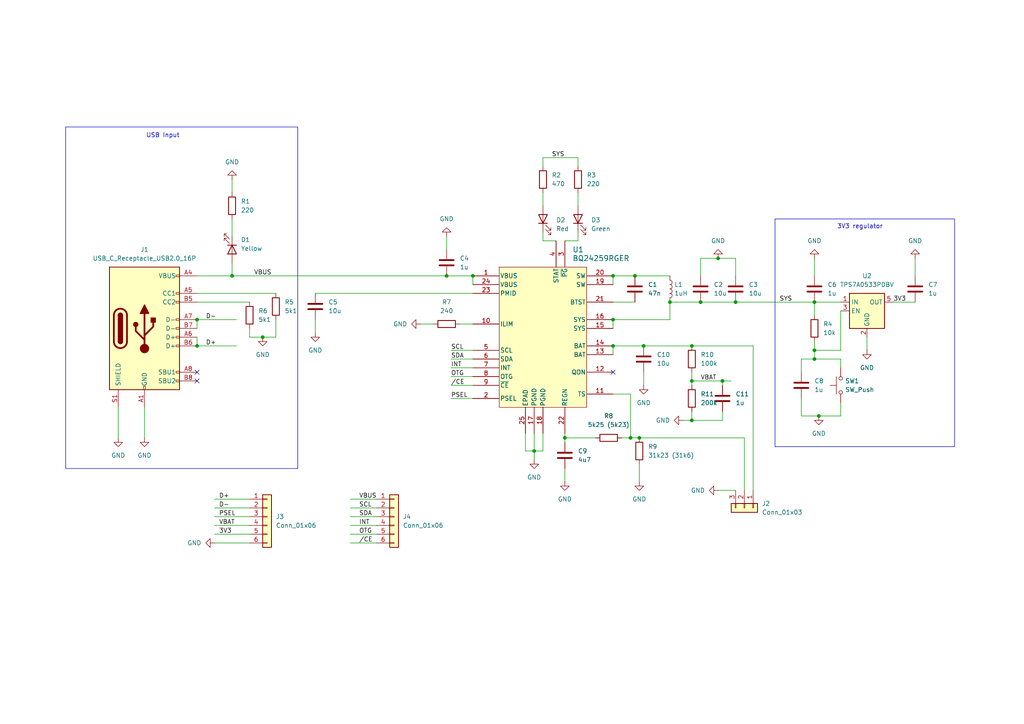
<source format=kicad_sch>
(kicad_sch (version 20231120) (generator "eeschema") (generator_version "8.0")
  (paper "A4")
  (lib_symbols
    (symbol "Connector:USB_C_Receptacle_USB2.0_16P" (pin_names (offset 1.016))
      (property "Reference" "J" (at 0 22.225 0))
      (property "Value" "USB_C_Receptacle_USB2.0_16P" (at 0 19.685 0))
      (symbol "USB_C_Receptacle_USB2.0_16P_0_0"
        (rectangle (start -0.254 -17.78) (end 0.254 -16.764))
        (rectangle (start 10.16 -14.986) (end 9.144 -15.494))
        (rectangle (start 10.16 -12.446) (end 9.144 -12.954))
        (rectangle (start 10.16 -4.826) (end 9.144 -5.334))
        (rectangle (start 10.16 -2.286) (end 9.144 -2.794))
        (rectangle (start 10.16 0.254) (end 9.144 -0.254))
        (rectangle (start 10.16 2.794) (end 9.144 2.286))
        (rectangle (start 10.16 7.874) (end 9.144 7.366))
        (rectangle (start 10.16 10.414) (end 9.144 9.906))
        (rectangle (start 10.16 15.494) (end 9.144 14.986))
      )
      (symbol "USB_C_Receptacle_USB2.0_16P_0_1"
        (rectangle (start -10.16 17.78) (end 10.16 -17.78) (stroke (width 0.254)) (fill (type background)))
        (arc (start -8.89 -3.81) (mid -6.985 -5.7067) (end -5.08 -3.81) (stroke (width 0.508)))
        (arc (start -7.62 -3.81) (mid -6.985 -4.4423) (end -6.35 -3.81) (stroke (width 0.254)))
        (arc (start -7.62 -3.81) (mid -6.985 -4.4423) (end -6.35 -3.81) (stroke (width 0.254)) (fill (type outline)))
        (rectangle (start -7.62 -3.81) (end -6.35 3.81) (stroke (width 0.254)) (fill (type outline)))
        (arc (start -6.35 3.81) (mid -6.985 4.4423) (end -7.62 3.81) (stroke (width 0.254)))
        (arc (start -6.35 3.81) (mid -6.985 4.4423) (end -7.62 3.81) (stroke (width 0.254)) (fill (type outline)))
        (arc (start -5.08 3.81) (mid -6.985 5.7067) (end -8.89 3.81) (stroke (width 0.508)))
        (circle (center -2.54 1.143) (radius 0.635) (stroke (width 0.254)) (fill (type outline)))
        (circle (center 0 -5.842) (radius 1.27) (fill (type outline)))
        (polyline (pts (xy -8.89 -3.81) (xy -8.89 3.81)) (stroke (width 0.508)))
        (polyline (pts (xy -5.08 3.81) (xy -5.08 -3.81)) (stroke (width 0.508)))
        (polyline (pts (xy 0 -5.842) (xy 0 4.318)) (stroke (width 0.508)))
        (polyline (pts (xy 0 -3.302) (xy -2.54 -0.762) (xy -2.54 0.508)) (stroke (width 0.508)))
        (polyline (pts (xy 0 -2.032) (xy 2.54 0.508) (xy 2.54 1.778)) (stroke (width 0.508)))
        (polyline (pts (xy -1.27 4.318) (xy 0 6.858) (xy 1.27 4.318) (xy -1.27 4.318)) (stroke (width 0.254)) (fill (type outline)))
        (rectangle (start 1.905 1.778) (end 3.175 3.048) (stroke (width 0.254)) (fill (type outline)))
      )
      (symbol "USB_C_Receptacle_USB2.0_16P_1_1"
        (pin passive line (at 0 -22.86 90) (length 5.08) (name "GND") (number "A1"))
        (pin passive line (at 0 -22.86 90) (length 5.08) hide (name "GND") (number "A12"))
        (pin passive line (at 15.24 15.24 180) (length 5.08) (name "VBUS") (number "A4"))
        (pin bidirectional line (at 15.24 10.16 180) (length 5.08) (name "CC1") (number "A5"))
        (pin bidirectional line (at 15.24 -2.54 180) (length 5.08) (name "D+") (number "A6"))
        (pin bidirectional line (at 15.24 2.54 180) (length 5.08) (name "D-") (number "A7"))
        (pin bidirectional line (at 15.24 -12.7 180) (length 5.08) (name "SBU1") (number "A8"))
        (pin passive line (at 15.24 15.24 180) (length 5.08) hide (name "VBUS") (number "A9"))
        (pin passive line (at 0 -22.86 90) (length 5.08) hide (name "GND") (number "B1"))
        (pin passive line (at 0 -22.86 90) (length 5.08) hide (name "GND") (number "B12"))
        (pin passive line (at 15.24 15.24 180) (length 5.08) hide (name "VBUS") (number "B4"))
        (pin bidirectional line (at 15.24 7.62 180) (length 5.08) (name "CC2") (number "B5"))
        (pin bidirectional line (at 15.24 -5.08 180) (length 5.08) (name "D+") (number "B6"))
        (pin bidirectional line (at 15.24 0 180) (length 5.08) (name "D-") (number "B7"))
        (pin bidirectional line (at 15.24 -15.24 180) (length 5.08) (name "SBU2") (number "B8"))
        (pin passive line (at 15.24 15.24 180) (length 5.08) hide (name "VBUS") (number "B9"))
        (pin passive line (at -7.62 -22.86 90) (length 5.08) (name "SHIELD") (number "S1"))
      )
    )
    (symbol "Connector_Generic:Conn_01x03" (pin_names (offset 1.016) hide)
      (property "Reference" "J" (at 0 5.08 0))
      (property "Value" "Conn_01x03" (at 0 -5.08 0))
      (symbol "Conn_01x03_1_1"
        (rectangle (start -1.27 -2.413) (end 0 -2.667) (stroke (width 0.1524)))
        (rectangle (start -1.27 0.127) (end 0 -0.127) (stroke (width 0.1524)))
        (rectangle (start -1.27 2.667) (end 0 2.413) (stroke (width 0.1524)))
        (rectangle (start -1.27 3.81) (end 1.27 -3.81) (stroke (width 0.254)) (fill (type background)))
        (pin passive line (at -5.08 2.54 0) (length 3.81) (name "Pin_1") (number "1"))
        (pin passive line (at -5.08 0 0) (length 3.81) (name "Pin_2") (number "2"))
        (pin passive line (at -5.08 -2.54 0) (length 3.81) (name "Pin_3") (number "3"))
      )
    )
    (symbol "Connector_Generic:Conn_01x06" (pin_names (offset 1.016) hide)
      (property "Reference" "J" (at 0 7.62 0))
      (property "Value" "Conn_01x06" (at 0 -10.16 0))
      (symbol "Conn_01x06_1_1"
        (rectangle (start -1.27 -7.493) (end 0 -7.747) (stroke (width 0.1524)))
        (rectangle (start -1.27 -4.953) (end 0 -5.207) (stroke (width 0.1524)))
        (rectangle (start -1.27 -2.413) (end 0 -2.667) (stroke (width 0.1524)))
        (rectangle (start -1.27 0.127) (end 0 -0.127) (stroke (width 0.1524)))
        (rectangle (start -1.27 2.667) (end 0 2.413) (stroke (width 0.1524)))
        (rectangle (start -1.27 5.207) (end 0 4.953) (stroke (width 0.1524)))
        (rectangle (start -1.27 6.35) (end 1.27 -8.89) (stroke (width 0.254)) (fill (type background)))
        (pin passive line (at -5.08 5.08 0) (length 3.81) (name "Pin_1") (number "1"))
        (pin passive line (at -5.08 2.54 0) (length 3.81) (name "Pin_2") (number "2"))
        (pin passive line (at -5.08 0 0) (length 3.81) (name "Pin_3") (number "3"))
        (pin passive line (at -5.08 -2.54 0) (length 3.81) (name "Pin_4") (number "4"))
        (pin passive line (at -5.08 -5.08 0) (length 3.81) (name "Pin_5") (number "5"))
        (pin passive line (at -5.08 -7.62 0) (length 3.81) (name "Pin_6") (number "6"))
      )
    )
    (symbol "Device:C" (pin_numbers hide) (pin_names (offset 0.254))
      (property "Reference" "C" (at 0.635 2.54 0))
      (property "Value" "C" (at 0.635 -2.54 0))
      (symbol "C_0_1"
        (polyline (pts (xy -2.032 -0.762) (xy 2.032 -0.762)) (stroke (width 0.508)))
        (polyline (pts (xy -2.032 0.762) (xy 2.032 0.762)) (stroke (width 0.508)))
      )
      (symbol "C_1_1"
        (pin passive line (at 0 3.81 270) (length 2.794) (name "~") (number "1"))
        (pin passive line (at 0 -3.81 90) (length 2.794) (name "~") (number "2"))
      )
    )
    (symbol "Device:L" (pin_numbers hide) (pin_names (offset 1.016) hide)
      (property "Reference" "L" (at -1.27 0 90))
      (property "Value" "L" (at 1.905 0 90))
      (symbol "L_0_1"
        (arc (start 0 -2.54) (mid 0.6323 -1.905) (end 0 -1.27))
        (arc (start 0 -1.27) (mid 0.6323 -0.635) (end 0 0))
        (arc (start 0 0) (mid 0.6323 0.635) (end 0 1.27))
        (arc (start 0 1.27) (mid 0.6323 1.905) (end 0 2.54))
      )
      (symbol "L_1_1"
        (pin passive line (at 0 3.81 270) (length 1.27) (name "1") (number "1"))
        (pin passive line (at 0 -3.81 90) (length 1.27) (name "2") (number "2"))
      )
    )
    (symbol "Device:LED" (pin_numbers hide) (pin_names (offset 1.016) hide)
      (property "Reference" "D" (at 0 2.54 0))
      (property "Value" "LED" (at 0 -2.54 0))
      (symbol "LED_0_1"
        (polyline (pts (xy -1.27 -1.27) (xy -1.27 1.27)) (stroke (width 0.254)))
        (polyline (pts (xy -1.27 0) (xy 1.27 0)))
        (polyline (pts (xy 1.27 -1.27) (xy 1.27 1.27) (xy -1.27 0) (xy 1.27 -1.27)) (stroke (width 0.254)))
        (polyline (pts (xy -3.048 -0.762) (xy -4.572 -2.286) (xy -3.81 -2.286) (xy -4.572 -2.286) (xy -4.572 -1.524)))
        (polyline (pts (xy -1.778 -0.762) (xy -3.302 -2.286) (xy -2.54 -2.286) (xy -3.302 -2.286) (xy -3.302 -1.524)))
      )
      (symbol "LED_1_1"
        (pin passive line (at -3.81 0 0) (length 2.54) (name "K") (number "1"))
        (pin passive line (at 3.81 0 180) (length 2.54) (name "A") (number "2"))
      )
    )
    (symbol "Device:R" (pin_numbers hide) (pin_names (offset 0))
      (property "Reference" "R" (at 2.032 0 90))
      (property "Value" "R" (at 0 0 90))
      (symbol "R_0_1"
        (rectangle (start -1.016 -2.54) (end 1.016 2.54) (stroke (width 0.254)))
      )
      (symbol "R_1_1"
        (pin passive line (at 0 3.81 270) (length 1.27) (name "~") (number "1"))
        (pin passive line (at 0 -3.81 90) (length 1.27) (name "~") (number "2"))
      )
    )
    (symbol "Project_Symbols:BQ24259RGER" (pin_names (offset 0.254))
      (property "Reference" "U" (at 20.32 -10.16 0))
      (property "Value" "BQ24259RGER" (at 20.32 -12.7 0))
      (symbol "BQ24259RGER_0_1"
        (pin power_in line (at 0 2.54 0) (length 7.62) (name "VBUS") (number "1"))
        (pin input line (at 0 -11.43 0) (length 7.62) (name "ILIM") (number "10"))
        (pin input line (at 40.64 -31.75 180) (length 7.62) (name "TS") (number "11"))
        (pin input line (at 40.64 -25.4 180) (length 7.62) (name "QON") (number "12"))
        (pin input line (at 40.64 -12.7 180) (length 7.62) (name "SYS") (number "15"))
        (pin input line (at 40.64 -10.16 180) (length 7.62) (name "SYS") (number "16"))
        (pin power_in line (at 17.78 -43.18 90) (length 7.62) (name "PGND") (number "17"))
        (pin power_in line (at 20.32 -43.18 90) (length 7.62) (name "PGND") (number "18"))
        (pin input line (at 0 -33.02 0) (length 7.62) (name "PSEL") (number "2"))
        (pin output line (at 0 -2.54 0) (length 7.62) (name "PMID") (number "23"))
        (pin power_in line (at 0 0 0) (length 7.62) (name "VBUS") (number "24"))
        (pin input line (at 0 -19.05 0) (length 7.62) (name "SCL") (number "5"))
        (pin bidirectional line (at 0 -21.59 0) (length 7.62) (name "SDA") (number "6"))
        (pin output line (at 0 -24.13 0) (length 7.62) (name "INT") (number "7"))
        (pin input line (at 0 -26.67 0) (length 7.62) (name "OTG") (number "8"))
      )
      (symbol "BQ24259RGER_1_1"
        (rectangle (start 7.62 5.08) (end 33.02 -35.56) (fill (type background)))
        (pin power_out line (at 40.64 -20.32 180) (length 7.62) (name "BAT") (number "13"))
        (pin power_out line (at 40.64 -17.78 180) (length 7.62) (name "BAT") (number "14"))
        (pin power_out line (at 40.64 0 180) (length 7.62) (name "SW") (number "19"))
        (pin power_out line (at 40.64 2.54 180) (length 7.62) (name "SW") (number "20"))
        (pin input line (at 40.64 -5.08 180) (length 7.62) (name "BTST") (number "21"))
        (pin output line (at 26.67 -43.18 90) (length 7.62) (name "REGN") (number "22"))
        (pin passive line (at 15.24 -43.18 90) (length 7.62) (name "EPAD") (number "25"))
        (pin open_collector line (at 26.67 12.7 270) (length 7.62) (name "~{PG}") (number "3"))
        (pin open_collector line (at 24.13 12.7 270) (length 7.62) (name "STAT") (number "4"))
        (pin input line (at 0 -29.21 0) (length 7.62) (name "~{CE}") (number "9"))
      )
    )
    (symbol "Regulator_Linear:TPS7A0533PDBV"
      (property "Reference" "U" (at -3.81 6.35 0))
      (property "Value" "TPS7A0533PDBV" (at 6.35 6.35 0))
      (symbol "TPS7A0533PDBV_0_1"
        (rectangle (start -5.08 -5.08) (end 5.08 5.08) (stroke (width 0.254)) (fill (type background)))
        (pin power_in line (at -7.62 2.54 0) (length 2.54) (name "IN") (number "1"))
        (pin power_in line (at 0 -7.62 90) (length 2.54) (name "GND") (number "2"))
        (pin input line (at -7.62 0 0) (length 2.54) (name "EN") (number "3"))
        (pin no_connect line (at 5.08 0 180) (length 2.54) hide (name "NC") (number "4"))
        (pin power_out line (at 7.62 2.54 180) (length 2.54) (name "OUT") (number "5"))
      )
    )
    (symbol "Switch:SW_Push" (pin_numbers hide) (pin_names (offset 1.016) hide)
      (property "Reference" "SW" (at 1.27 2.54 0))
      (property "Value" "SW_Push" (at 0 -1.524 0))
      (symbol "SW_Push_0_1"
        (circle (center -2.032 0) (radius 0.508))
        (polyline (pts (xy 0 1.27) (xy 0 3.048)))
        (polyline (pts (xy 2.54 1.27) (xy -2.54 1.27)))
        (circle (center 2.032 0) (radius 0.508))
        (pin passive line (at -5.08 0 0) (length 2.54) (name "1") (number "1"))
        (pin passive line (at 5.08 0 180) (length 2.54) (name "2") (number "2"))
      )
    )
    (symbol "power:GND" (power) (pin_numbers hide) (pin_names (offset 0) hide)
      (property "Value" "GND" (at 0 -3.81 0))
      (symbol "GND_0_1"
        (polyline (pts (xy 0 0) (xy 0 -1.27) (xy 1.27 -1.27) (xy 0 -2.54) (xy -1.27 -1.27) (xy 0 -1.27)))
      )
      (symbol "GND_1_1"
        (pin power_in line (at 0 0 270) (length 0) (name "~") (number "1"))
      )
    )
  )
  (junction (at 177.8 80.01))
  (junction (at 194.31 87.63))
  (junction (at 236.22 101.6))
  (junction (at 76.2 97.79))
  (junction (at 186.69 100.33))
  (junction (at 237.49 120.65))
  (junction (at 57.15 92.71))
  (junction (at 182.88 127))
  (junction (at 209.55 110.49))
  (junction (at 200.66 110.49))
  (junction (at 200.66 100.33))
  (junction (at 163.83 127))
  (junction (at 67.31 80.01))
  (junction (at 203.2 87.63))
  (junction (at 185.42 127))
  (junction (at 154.94 130.81))
  (junction (at 177.8 92.71))
  (junction (at 129.54 80.01))
  (junction (at 208.28 74.93))
  (junction (at 200.66 121.92))
  (junction (at 213.36 87.63))
  (junction (at 184.15 80.01))
  (junction (at 57.15 100.33))
  (junction (at 177.8 100.33))
  (junction (at 236.22 104.14))
  (junction (at 137.16 80.01))
  (junction (at 236.22 87.63))
  (no_connect (at 57.15 110.49))
  (no_connect (at 177.8 107.95))
  (no_connect (at 57.15 107.95))
  (wire (pts (xy 182.88 114.3) (xy 182.88 127)))
  (wire (pts (xy 177.8 92.71) (xy 177.8 95.25)))
  (wire (pts (xy 57.15 100.33) (xy 68.58 100.33)))
  (wire (pts (xy 177.8 100.33) (xy 186.69 100.33)))
  (wire (pts (xy 57.15 80.01) (xy 67.31 80.01)))
  (wire (pts (xy 186.69 100.33) (xy 200.66 100.33)))
  (wire (pts (xy 213.36 74.93) (xy 208.28 74.93)))
  (wire (pts (xy 163.83 127) (xy 172.72 127)))
  (wire (pts (xy 129.54 68.58) (xy 129.54 72.39)))
  (wire (pts (xy 200.66 121.92) (xy 198.12 121.92)))
  (wire (pts (xy 157.48 45.72) (xy 167.64 45.72)))
  (wire (pts (xy 209.55 110.49) (xy 209.55 111.76)))
  (wire (pts (xy 72.39 95.25) (xy 72.39 97.79)))
  (wire (pts (xy 243.84 116.84) (xy 243.84 120.65)))
  (wire (pts (xy 67.31 52.07) (xy 67.31 55.88)))
  (wire (pts (xy 185.42 127) (xy 215.9 127)))
  (wire (pts (xy 130.81 106.68) (xy 137.16 106.68)))
  (wire (pts (xy 57.15 92.71) (xy 57.15 95.25)))
  (wire (pts (xy 152.4 130.81) (xy 154.94 130.81)))
  (wire (pts (xy 101.6 152.4) (xy 109.22 152.4)))
  (wire (pts (xy 129.54 80.01) (xy 137.16 80.01)))
  (wire (pts (xy 232.41 104.14) (xy 232.41 107.95)))
  (wire (pts (xy 154.94 130.81) (xy 154.94 133.35)))
  (wire (pts (xy 236.22 101.6) (xy 243.84 101.6)))
  (wire (pts (xy 232.41 120.65) (xy 237.49 120.65)))
  (wire (pts (xy 177.8 80.01) (xy 177.8 82.55)))
  (wire (pts (xy 200.66 119.38) (xy 200.66 121.92)))
  (wire (pts (xy 67.31 80.01) (xy 129.54 80.01)))
  (wire (pts (xy 157.48 69.85) (xy 157.48 67.31)))
  (wire (pts (xy 200.66 100.33) (xy 218.44 100.33)))
  (wire (pts (xy 163.83 135.89) (xy 163.83 139.7)))
  (wire (pts (xy 236.22 101.6) (xy 236.22 104.14)))
  (wire (pts (xy 177.8 80.01) (xy 184.15 80.01)))
  (wire (pts (xy 157.48 130.81) (xy 154.94 130.81)))
  (wire (pts (xy 185.42 134.62) (xy 185.42 139.7)))
  (wire (pts (xy 161.29 69.85) (xy 157.48 69.85)))
  (wire (pts (xy 251.46 97.79) (xy 251.46 101.6)))
  (wire (pts (xy 265.43 74.93) (xy 265.43 80.01)))
  (wire (pts (xy 203.2 80.01) (xy 203.2 74.93)))
  (wire (pts (xy 259.08 87.63) (xy 265.43 87.63)))
  (wire (pts (xy 236.22 74.93) (xy 236.22 80.01)))
  (wire (pts (xy 91.44 92.71) (xy 91.44 96.52)))
  (wire (pts (xy 152.4 130.81) (xy 152.4 125.73)))
  (wire (pts (xy 232.41 115.57) (xy 232.41 120.65)))
  (wire (pts (xy 236.22 87.63) (xy 236.22 91.44)))
  (wire (pts (xy 121.92 93.98) (xy 125.73 93.98)))
  (wire (pts (xy 57.15 85.09) (xy 80.01 85.09)))
  (wire (pts (xy 213.36 80.01) (xy 213.36 74.93)))
  (wire (pts (xy 72.39 97.79) (xy 76.2 97.79)))
  (wire (pts (xy 130.81 109.22) (xy 137.16 109.22)))
  (wire (pts (xy 163.83 127) (xy 163.83 128.27)))
  (wire (pts (xy 167.64 55.88) (xy 167.64 59.69)))
  (wire (pts (xy 209.55 119.38) (xy 209.55 121.92)))
  (wire (pts (xy 101.6 154.94) (xy 109.22 154.94)))
  (wire (pts (xy 76.2 97.79) (xy 80.01 97.79)))
  (wire (pts (xy 91.44 85.09) (xy 137.16 85.09)))
  (wire (pts (xy 218.44 100.33) (xy 218.44 142.24)))
  (wire (pts (xy 80.01 97.79) (xy 80.01 92.71)))
  (wire (pts (xy 67.31 76.2) (xy 67.31 80.01)))
  (wire (pts (xy 194.31 92.71) (xy 194.31 87.63)))
  (wire (pts (xy 186.69 107.95) (xy 186.69 111.76)))
  (wire (pts (xy 62.23 144.78) (xy 72.39 144.78)))
  (wire (pts (xy 243.84 120.65) (xy 237.49 120.65)))
  (wire (pts (xy 213.36 87.63) (xy 236.22 87.63)))
  (wire (pts (xy 167.64 45.72) (xy 167.64 48.26)))
  (wire (pts (xy 57.15 92.71) (xy 68.58 92.71)))
  (wire (pts (xy 57.15 97.79) (xy 57.15 100.33)))
  (wire (pts (xy 209.55 110.49) (xy 212.09 110.49)))
  (wire (pts (xy 62.23 157.48) (xy 72.39 157.48)))
  (wire (pts (xy 167.64 69.85) (xy 163.83 69.85)))
  (wire (pts (xy 182.88 127) (xy 185.42 127)))
  (wire (pts (xy 101.6 149.86) (xy 109.22 149.86)))
  (wire (pts (xy 177.8 92.71) (xy 194.31 92.71)))
  (wire (pts (xy 200.66 110.49) (xy 209.55 110.49)))
  (wire (pts (xy 137.16 80.01) (xy 137.16 82.55)))
  (wire (pts (xy 41.91 118.11) (xy 41.91 127)))
  (wire (pts (xy 130.81 104.14) (xy 137.16 104.14)))
  (wire (pts (xy 177.8 114.3) (xy 182.88 114.3)))
  (wire (pts (xy 101.6 147.32) (xy 109.22 147.32)))
  (wire (pts (xy 203.2 74.93) (xy 208.28 74.93)))
  (wire (pts (xy 167.64 67.31) (xy 167.64 69.85)))
  (wire (pts (xy 208.28 142.24) (xy 213.36 142.24)))
  (wire (pts (xy 209.55 121.92) (xy 200.66 121.92)))
  (wire (pts (xy 236.22 104.14) (xy 232.41 104.14)))
  (wire (pts (xy 34.29 118.11) (xy 34.29 127)))
  (wire (pts (xy 130.81 115.57) (xy 137.16 115.57)))
  (wire (pts (xy 215.9 127) (xy 215.9 142.24)))
  (wire (pts (xy 203.2 87.63) (xy 213.36 87.63)))
  (wire (pts (xy 154.94 125.73) (xy 154.94 130.81)))
  (wire (pts (xy 62.23 152.4) (xy 72.39 152.4)))
  (wire (pts (xy 62.23 147.32) (xy 72.39 147.32)))
  (wire (pts (xy 130.81 101.6) (xy 137.16 101.6)))
  (wire (pts (xy 243.84 104.14) (xy 243.84 106.68)))
  (wire (pts (xy 236.22 87.63) (xy 243.84 87.63)))
  (wire (pts (xy 62.23 149.86) (xy 72.39 149.86)))
  (wire (pts (xy 236.22 99.06) (xy 236.22 101.6)))
  (wire (pts (xy 177.8 87.63) (xy 184.15 87.63)))
  (wire (pts (xy 163.83 125.73) (xy 163.83 127)))
  (wire (pts (xy 243.84 101.6) (xy 243.84 90.17)))
  (wire (pts (xy 101.6 157.48) (xy 109.22 157.48)))
  (wire (pts (xy 200.66 110.49) (xy 200.66 111.76)))
  (wire (pts (xy 157.48 55.88) (xy 157.48 59.69)))
  (wire (pts (xy 57.15 87.63) (xy 72.39 87.63)))
  (wire (pts (xy 157.48 48.26) (xy 157.48 45.72)))
  (wire (pts (xy 194.31 87.63) (xy 203.2 87.63)))
  (wire (pts (xy 184.15 80.01) (xy 194.31 80.01)))
  (wire (pts (xy 200.66 107.95) (xy 200.66 110.49)))
  (wire (pts (xy 67.31 63.5) (xy 67.31 68.58)))
  (wire (pts (xy 180.34 127) (xy 182.88 127)))
  (wire (pts (xy 157.48 125.73) (xy 157.48 130.81)))
  (wire (pts (xy 133.35 93.98) (xy 137.16 93.98)))
  (wire (pts (xy 62.23 154.94) (xy 72.39 154.94)))
  (wire (pts (xy 101.6 144.78) (xy 109.22 144.78)))
  (wire (pts (xy 130.81 111.76) (xy 137.16 111.76)))
  (wire (pts (xy 177.8 100.33) (xy 177.8 102.87)))
  (wire (pts (xy 236.22 104.14) (xy 243.84 104.14)))
  (rectangle (start 224.79 63.5) (end 276.86 129.54))
  (rectangle (start 19.05 36.83) (end 86.36 135.89))
  (text "USB Input" (at 47.244 39.37 0) (effects (font (size 1.27 1.27))))
  (text "3V3 regulator" (at 249.428 65.786 0) (effects (font (size 1.27 1.27))))
  (label "3V3" (at 259.08 87.63 0))
  (label "VBAT" (at 63.5 152.4 0))
  (label "3V3" (at 63.5 154.94 0))
  (label "VBUS" (at 104.14 144.78 0))
  (label "PSEL" (at 130.81 115.57 0))
  (label "D-" (at 59.69 92.71 0))
  (label "D+" (at 63.5 144.78 0))
  (label "D-" (at 63.5 147.32 0))
  (label "{slash}CE" (at 130.81 111.76 0))
  (label "SDA" (at 130.81 104.14 0))
  (label "VBAT" (at 203.2 110.49 0))
  (label "SCL" (at 130.81 101.6 0))
  (label "INT" (at 104.14 152.4 0))
  (label "VBUS" (at 73.66 80.01 0))
  (label "SDA" (at 104.14 149.86 0))
  (label "{slash}CE" (at 104.14 157.48 0))
  (label "PSEL" (at 63.5 149.86 0))
  (label "OTG" (at 104.14 154.94 0))
  (label "OTG" (at 130.81 109.22 0))
  (label "D+" (at 59.69 100.33 0))
  (label "SCL" (at 104.14 147.32 0))
  (label "INT" (at 130.81 106.68 0))
  (label "SYS" (at 160.02 45.72 0))
  (label "SYS" (at 226.06 87.63 0))
  (symbol (lib_id "Device:C") (at 163.83 132.08 0) (unit 1)
    (property "Reference" "C9" (at 167.64 130.8099 0) (effects (justify left)))
    (property "Value" "4u7" (at 167.64 133.3499 0) (effects (justify left)))
    (property "Footprint" "Capacitor_SMD:C_0402_1005Metric" (effects (hide yes)))
    (property "Description" "Unpolarized capacitor" (effects (hide yes)))
    (property "JLCPCB" "C23733" (effects (hide yes)))
  )
  (symbol (lib_id "power:GND") (at 62.23 157.48 270) (unit 1)
    (property "Reference" "#PWR019" (effects (hide yes)))
    (property "Value" "GND" (at 58.42 157.4799 90) (effects (justify right)))
    (property "Description" "Power symbol creates a global label with name \"GND\" , ground" (effects (hide yes)))
  )
  (symbol (lib_id "power:GND") (at 265.43 74.93 180) (unit 1)
    (property "Reference" "#PWR010" (effects (hide yes)))
    (property "Value" "GND" (at 265.43 69.85 0))
    (property "Description" "Power symbol creates a global label with name \"GND\" , ground" (effects (hide yes)))
  )
  (symbol (lib_id "Device:C") (at 213.36 83.82 0) (unit 1)
    (property "Reference" "C3" (at 217.17 82.5499 0) (effects (justify left)))
    (property "Value" "10u" (at 217.17 85.0899 0) (effects (justify left)))
    (property "Footprint" "Capacitor_SMD:C_0603_1608Metric" (effects (hide yes)))
    (property "Description" "Unpolarized capacitor" (effects (hide yes)))
    (property "JLCPCB" "C19702" (effects (hide yes)))
  )
  (symbol (lib_id "Device:R") (at 157.48 52.07 0) (unit 1)
    (property "Reference" "R2" (at 160.02 50.7999 0) (effects (justify left)))
    (property "Value" "470" (at 160.02 53.3399 0) (effects (justify left)))
    (property "Footprint" "Resistor_SMD:R_0402_1005Metric" (effects (hide yes)))
    (property "Description" "Resistor" (effects (hide yes)))
    (property "JLCPCB" "C25117" (effects (hide yes)))
  )
  (symbol (lib_id "Device:R") (at 176.53 127 90) (unit 1)
    (property "Reference" "R8" (at 176.53 120.65 90))
    (property "Value" "5k25 (5k23)" (at 176.53 123.19 90))
    (property "Footprint" "Resistor_SMD:R_0402_1005Metric" (effects (hide yes)))
    (property "Description" "Resistor" (effects (hide yes)))
    (property "JLCPCB" "C852857" (effects (hide yes)))
  )
  (symbol (lib_id "Device:L") (at 194.31 83.82 0) (unit 1)
    (property "Reference" "L1" (at 195.58 82.5499 0) (effects (justify left)))
    (property "Value" "1uH" (at 195.58 85.0899 0) (effects (justify left)))
    (property "Footprint" "Inductor_SMD:L_Murata_DFE201610P" (effects (hide yes)))
    (property "Description" "Inductor" (effects (hide yes)))
    (property "JLCPCB" "C161082" (effects (hide yes)))
  )
  (symbol (lib_id "power:GND") (at 208.28 74.93 180) (unit 1)
    (property "Reference" "#PWR03" (effects (hide yes)))
    (property "Value" "GND" (at 208.28 69.85 0))
    (property "Description" "Power symbol creates a global label with name \"GND\" , ground" (effects (hide yes)))
  )
  (symbol (lib_id "Switch:SW_Push") (at 243.84 111.76 90) (unit 1)
    (property "Reference" "SW1" (at 245.11 110.4899 90) (effects (justify right)))
    (property "Value" "SW_Push" (at 245.11 113.0299 90) (effects (justify right)))
    (property "Footprint" "Button_Switch_SMD:SW_SPST_PTS810" (effects (hide yes)))
    (property "Description" "Push button switch, generic, two pins" (effects (hide yes)))
  )
  (symbol (lib_id "Connector_Generic:Conn_01x06") (at 114.3 149.86 0) (unit 1)
    (property "Reference" "J4" (at 116.84 149.8599 0) (effects (justify left)))
    (property "Value" "Conn_01x06" (at 116.84 152.3999 0) (effects (justify left)))
    (property "Footprint" "Connector_PinHeader_2.54mm:PinHeader_1x06_P2.54mm_Vertical" (effects (hide yes)))
    (property "Description" "Generic connector, single row, 01x06, script generated (kicad-library-utils/schlib/autogen/connector/)" (effects (hide yes)))
  )
  (symbol (lib_id "power:GND") (at 34.29 127 0) (unit 1)
    (property "Reference" "#PWR02" (effects (hide yes)))
    (property "Value" "GND" (at 34.29 132.08 0))
    (property "Description" "Power symbol creates a global label with name \"GND\" , ground" (effects (hide yes)))
  )
  (symbol (lib_id "Device:LED") (at 67.31 72.39 270) (unit 1)
    (property "Reference" "D1" (at 69.85 69.5324 90) (effects (justify left)))
    (property "Value" "Yellow" (at 69.85 72.0724 90) (effects (justify left)))
    (property "Footprint" "LED_SMD:LED_0603_1608Metric" (effects (hide yes)))
    (property "Description" "Light emitting diode" (effects (hide yes)))
    (property "JLCPCB" "C72038" (effects (hide yes)))
  )
  (symbol (lib_id "power:GND") (at 186.69 111.76 0) (unit 1)
    (property "Reference" "#PWR016" (effects (hide yes)))
    (property "Value" "GND" (at 186.69 116.84 0))
    (property "Description" "Power symbol creates a global label with name \"GND\" , ground" (effects (hide yes)))
  )
  (symbol (lib_id "power:GND") (at 236.22 74.93 180) (unit 1)
    (property "Reference" "#PWR09" (effects (hide yes)))
    (property "Value" "GND" (at 236.22 69.85 0))
    (property "Description" "Power symbol creates a global label with name \"GND\" , ground" (effects (hide yes)))
  )
  (symbol (lib_id "Connector:USB_C_Receptacle_USB2.0_16P") (at 41.91 95.25 0) (unit 1)
    (property "Reference" "J1" (at 41.91 72.39 0))
    (property "Value" "USB_C_Receptacle_USB2.0_16P" (at 41.91 74.93 0))
    (property "Footprint" "Connector_USB:USB_C_Receptacle_GCT_USB4105-xx-A_16P_TopMnt_Horizontal" (effects (hide yes)))
    (property "Datasheet" "https://www.usb.org/sites/default/files/documents/usb_type-c.zip" (effects (hide yes)))
    (property "Description" "USB 2.0-only 16P Type-C Receptacle connector" (effects (hide yes)))
    (property "JLCPCB" "C3025063" (effects (hide yes)))
  )
  (symbol (lib_id "Device:R") (at 80.01 88.9 180) (unit 1)
    (property "Reference" "R5" (at 82.55 87.6299 0) (effects (justify right)))
    (property "Value" "5k1" (at 82.55 90.1699 0) (effects (justify right)))
    (property "Footprint" "Resistor_SMD:R_0402_1005Metric" (effects (hide yes)))
    (property "Description" "Resistor" (effects (hide yes)))
    (property "JLCPCB" "C25905" (effects (hide yes)))
  )
  (symbol (lib_id "Device:C") (at 186.69 104.14 0) (unit 1)
    (property "Reference" "C10" (at 190.5 102.8699 0) (effects (justify left)))
    (property "Value" "10u" (at 190.5 105.4099 0) (effects (justify left)))
    (property "Footprint" "Capacitor_SMD:C_0603_1608Metric" (effects (hide yes)))
    (property "Description" "Unpolarized capacitor" (effects (hide yes)))
    (property "JLCPCB" "C19702" (effects (hide yes)))
  )
  (symbol (lib_id "power:GND") (at 67.31 52.07 180) (unit 1)
    (property "Reference" "#PWR06" (effects (hide yes)))
    (property "Value" "GND" (at 67.31 46.99 0))
    (property "Description" "Power symbol creates a global label with name \"GND\" , ground" (effects (hide yes)))
  )
  (symbol (lib_id "power:GND") (at 91.44 96.52 0) (unit 1)
    (property "Reference" "#PWR08" (effects (hide yes)))
    (property "Value" "GND" (at 91.44 101.6 0))
    (property "Description" "Power symbol creates a global label with name \"GND\" , ground" (effects (hide yes)))
  )
  (symbol (lib_id "Device:R") (at 72.39 91.44 180) (unit 1)
    (property "Reference" "R6" (at 74.93 90.1699 0) (effects (justify right)))
    (property "Value" "5k1" (at 74.93 92.7099 0) (effects (justify right)))
    (property "Footprint" "Resistor_SMD:R_0402_1005Metric" (effects (hide yes)))
    (property "Description" "Resistor" (effects (hide yes)))
    (property "JLCPCB" "C25905" (effects (hide yes)))
  )
  (symbol (lib_id "Device:LED") (at 167.64 63.5 90) (unit 1)
    (property "Reference" "D3" (at 171.45 63.8174 90) (effects (justify right)))
    (property "Value" "Green" (at 171.45 66.3574 90) (effects (justify right)))
    (property "Footprint" "LED_SMD:LED_0603_1608Metric" (effects (hide yes)))
    (property "Description" "Light emitting diode" (effects (hide yes)))
    (property "JLCPCB" "C72043" (effects (hide yes)))
  )
  (symbol (lib_id "Connector_Generic:Conn_01x03") (at 215.9 147.32 270) (unit 1)
    (property "Reference" "J2" (at 220.98 146.0499 90) (effects (justify left)))
    (property "Value" "Conn_01x03" (at 220.98 148.5899 90) (effects (justify left)))
    (property "Footprint" "Connector_JST:JST_PH_S3B-PH-SM4-TB_1x03-1MP_P2.00mm_Horizontal" (effects (hide yes)))
    (property "Description" "Generic connector, single row, 01x03, script generated (kicad-library-utils/schlib/autogen/connector/)" (effects (hide yes)))
  )
  (symbol (lib_id "Regulator_Linear:TPS7A0533PDBV") (at 251.46 90.17 0) (unit 1)
    (property "Reference" "U2" (at 251.46 80.01 0))
    (property "Value" "TPS7A0533PDBV" (at 251.46 82.55 0))
    (property "Footprint" "Package_TO_SOT_SMD:SOT-23-5" (effects (hide yes)))
    (property "Datasheet" "https://www.ti.com/lit/ds/symlink/tps7a05.pdf" (effects (hide yes)))
    (property "Description" "200-mA Ultra-Low-Iq LDO, 3.3V, SOT-23-5" (effects (hide yes)))
    (property "JLCPCB" "C2862740" (effects (hide yes)))
  )
  (symbol (lib_id "power:GND") (at 76.2 97.79 0) (unit 1)
    (property "Reference" "#PWR012" (effects (hide yes)))
    (property "Value" "GND" (at 76.2 102.87 0))
    (property "Description" "Power symbol creates a global label with name \"GND\" , ground" (effects (hide yes)))
  )
  (symbol (lib_id "power:GND") (at 237.49 120.65 0) (unit 1)
    (property "Reference" "#PWR011" (effects (hide yes)))
    (property "Value" "GND" (at 237.49 125.73 0))
    (property "Description" "Power symbol creates a global label with name \"GND\" , ground" (effects (hide yes)))
  )
  (symbol (lib_id "Device:R") (at 236.22 95.25 0) (unit 1)
    (property "Reference" "R4" (at 238.76 93.9799 0) (effects (justify left)))
    (property "Value" "10k" (at 238.76 96.5199 0) (effects (justify left)))
    (property "Footprint" "Resistor_SMD:R_0402_1005Metric" (effects (hide yes)))
    (property "Description" "Resistor" (effects (hide yes)))
    (property "JLCPCB" "C25744" (effects (hide yes)))
  )
  (symbol (lib_id "power:GND") (at 154.94 133.35 0) (unit 1)
    (property "Reference" "#PWR04" (effects (hide yes)))
    (property "Value" "GND" (at 154.94 138.43 0))
    (property "Description" "Power symbol creates a global label with name \"GND\" , ground" (effects (hide yes)))
  )
  (symbol (lib_id "Device:LED") (at 157.48 63.5 90) (unit 1)
    (property "Reference" "D2" (at 161.29 63.8174 90) (effects (justify right)))
    (property "Value" "Red" (at 161.29 66.3574 90) (effects (justify right)))
    (property "Footprint" "LED_SMD:LED_0603_1608Metric" (effects (hide yes)))
    (property "Description" "Light emitting diode" (effects (hide yes)))
    (property "JLCPCB" "C2286" (effects (hide yes)))
  )
  (symbol (lib_id "power:GND") (at 41.91 127 0) (unit 1)
    (property "Reference" "#PWR01" (effects (hide yes)))
    (property "Value" "GND" (at 41.91 132.08 0))
    (property "Description" "Power symbol creates a global label with name \"GND\" , ground" (effects (hide yes)))
  )
  (symbol (lib_id "Device:R") (at 167.64 52.07 0) (unit 1)
    (property "Reference" "R3" (at 170.18 50.7999 0) (effects (justify left)))
    (property "Value" "220" (at 170.18 53.3399 0) (effects (justify left)))
    (property "Footprint" "Resistor_SMD:R_0402_1005Metric" (effects (hide yes)))
    (property "Description" "Resistor" (effects (hide yes)))
    (property "JLCPCB" "C25091" (effects (hide yes)))
  )
  (symbol (lib_id "Device:R") (at 200.66 115.57 0) (unit 1)
    (property "Reference" "R11" (at 203.2 114.2999 0) (effects (justify left)))
    (property "Value" "200k" (at 203.2 116.8399 0) (effects (justify left)))
    (property "Footprint" "Resistor_SMD:R_0402_1005Metric" (effects (hide yes)))
    (property "Description" "Resistor" (effects (hide yes)))
    (property "JLCPCB" "C25764" (effects (hide yes)))
  )
  (symbol (lib_id "Device:R") (at 129.54 93.98 90) (unit 1)
    (property "Reference" "R7" (at 129.54 87.63 90))
    (property "Value" "240" (at 129.54 90.17 90))
    (property "Footprint" "Resistor_SMD:R_0402_1005Metric" (effects (hide yes)))
    (property "Description" "Resistor" (effects (hide yes)))
    (property "JLCPCB" "C25091" (effects (hide yes)))
  )
  (symbol (lib_id "Device:R") (at 200.66 104.14 0) (unit 1)
    (property "Reference" "R10" (at 203.2 102.8699 0) (effects (justify left)))
    (property "Value" "100k" (at 203.2 105.4099 0) (effects (justify left)))
    (property "Footprint" "Resistor_SMD:R_0402_1005Metric" (effects (hide yes)))
    (property "Description" "Resistor" (effects (hide yes)))
    (property "JLCPCB" "C25741" (effects (hide yes)))
  )
  (symbol (lib_id "Device:C") (at 203.2 83.82 0) (unit 1)
    (property "Reference" "C2" (at 207.01 82.5499 0) (effects (justify left)))
    (property "Value" "10u" (at 207.01 85.0899 0) (effects (justify left)))
    (property "Footprint" "Capacitor_SMD:C_0603_1608Metric" (effects (hide yes)))
    (property "Description" "Unpolarized capacitor" (effects (hide yes)))
    (property "JLCPCB" "C19702" (effects (hide yes)))
  )
  (symbol (lib_id "Device:C") (at 184.15 83.82 0) (unit 1)
    (property "Reference" "C1" (at 187.96 82.5499 0) (effects (justify left)))
    (property "Value" "47n" (at 187.96 85.0899 0) (effects (justify left)))
    (property "Footprint" "Capacitor_SMD:C_0402_1005Metric" (effects (hide yes)))
    (property "Description" "Unpolarized capacitor" (effects (hide yes)))
    (property "JLCPCB" "C5142571" (effects (hide yes)))
  )
  (symbol (lib_id "power:GND") (at 198.12 121.92 270) (unit 1)
    (property "Reference" "#PWR018" (effects (hide yes)))
    (property "Value" "GND" (at 194.31 121.9199 90) (effects (justify right)))
    (property "Description" "Power symbol creates a global label with name \"GND\" , ground" (effects (hide yes)))
  )
  (symbol (lib_id "Device:C") (at 232.41 111.76 0) (unit 1)
    (property "Reference" "C8" (at 236.22 110.4899 0) (effects (justify left)))
    (property "Value" "1u" (at 236.22 113.0299 0) (effects (justify left)))
    (property "Footprint" "Capacitor_SMD:C_0402_1005Metric" (effects (hide yes)))
    (property "Description" "Unpolarized capacitor" (effects (hide yes)))
    (property "JLCPCB" "C52923" (effects (hide yes)))
  )
  (symbol (lib_id "power:GND") (at 121.92 93.98 270) (unit 1)
    (property "Reference" "#PWR013" (effects (hide yes)))
    (property "Value" "GND" (at 118.11 93.9799 90) (effects (justify right)))
    (property "Description" "Power symbol creates a global label with name \"GND\" , ground" (effects (hide yes)))
  )
  (symbol (lib_id "Device:C") (at 209.55 115.57 0) (unit 1)
    (property "Reference" "C11" (at 213.36 114.2999 0) (effects (justify left)))
    (property "Value" "1u" (at 213.36 116.8399 0) (effects (justify left)))
    (property "Footprint" "Capacitor_SMD:C_0402_1005Metric" (effects (hide yes)))
    (property "Description" "Unpolarized capacitor" (effects (hide yes)))
    (property "JLCPCB" "C52923" (effects (hide yes)))
  )
  (symbol (lib_id "power:GND") (at 251.46 101.6 0) (unit 1)
    (property "Reference" "#PWR05" (effects (hide yes)))
    (property "Value" "GND" (at 251.46 106.68 0))
    (property "Description" "Power symbol creates a global label with name \"GND\" , ground" (effects (hide yes)))
  )
  (symbol (lib_id "Device:R") (at 185.42 130.81 0) (unit 1)
    (property "Reference" "R9" (at 187.96 129.5399 0) (effects (justify left)))
    (property "Value" "31k23 (31k6)" (at 187.96 132.0799 0) (effects (justify left)))
    (property "Footprint" "Resistor_SMD:R_0402_1005Metric" (effects (hide yes)))
    (property "Description" "Resistor" (effects (hide yes)))
    (property "JLCPCB" "C852720" (effects (hide yes)))
  )
  (symbol (lib_id "Device:C") (at 91.44 88.9 0) (unit 1)
    (property "Reference" "C5" (at 95.25 87.6299 0) (effects (justify left)))
    (property "Value" "10u" (at 95.25 90.1699 0) (effects (justify left)))
    (property "Footprint" "Capacitor_SMD:C_0603_1608Metric" (effects (hide yes)))
    (property "Description" "Unpolarized capacitor" (effects (hide yes)))
    (property "JLCPCB" "C19702" (effects (hide yes)))
  )
  (symbol (lib_id "Project_Symbols:BQ24259RGER") (at 137.16 82.55 0) (unit 1)
    (property "Reference" "U1" (at 166.0241 72.39 0) (effects (font (size 1.524 1.524)) (justify left)))
    (property "Value" "BQ24259RGER" (at 166.0241 74.93 0) (effects (font (size 1.524 1.524)) (justify left)))
    (property "Footprint" "Project_Footprints:RGE24_2P7X2P7_TEX" (effects (hide yes)))
    (property "Datasheet" "https://www.ti.com/lit/ds/symlink/bq24259.pdf" (effects (hide yes)))
    (property "Description" "BQ24259 I2C Controlled 2A Single Cell USB Charger With Narrow VDC\nPower Path Management and Adjustable Voltage USB OTG" (effects (hide yes)))
    (property "JLCPCB" "C473366" (effects (hide yes)))
  )
  (symbol (lib_id "Connector_Generic:Conn_01x06") (at 77.47 149.86 0) (unit 1)
    (property "Reference" "J3" (at 80.01 149.8599 0) (effects (justify left)))
    (property "Value" "Conn_01x06" (at 80.01 152.3999 0) (effects (justify left)))
    (property "Footprint" "Connector_PinHeader_2.54mm:PinHeader_1x06_P2.54mm_Vertical" (effects (hide yes)))
    (property "Description" "Generic connector, single row, 01x06, script generated (kicad-library-utils/schlib/autogen/connector/)" (effects (hide yes)))
  )
  (symbol (lib_id "Device:C") (at 129.54 76.2 0) (unit 1)
    (property "Reference" "C4" (at 133.35 74.9299 0) (effects (justify left)))
    (property "Value" "1u" (at 133.35 77.4699 0) (effects (justify left)))
    (property "Footprint" "Capacitor_SMD:C_0402_1005Metric" (effects (hide yes)))
    (property "Description" "Unpolarized capacitor" (effects (hide yes)))
    (property "JLCPCB" "C52923" (effects (hide yes)))
  )
  (symbol (lib_id "Device:R") (at 67.31 59.69 0) (unit 1)
    (property "Reference" "R1" (at 69.85 58.4199 0) (effects (justify left)))
    (property "Value" "220" (at 69.85 60.9599 0) (effects (justify left)))
    (property "Footprint" "Resistor_SMD:R_0402_1005Metric" (effects (hide yes)))
    (property "Description" "Resistor" (effects (hide yes)))
    (property "JLCPCB" "C25091" (effects (hide yes)))
  )
  (symbol (lib_id "power:GND") (at 185.42 139.7 0) (unit 1)
    (property "Reference" "#PWR017" (effects (hide yes)))
    (property "Value" "GND" (at 185.42 144.78 0))
    (property "Description" "Power symbol creates a global label with name \"GND\" , ground" (effects (hide yes)))
  )
  (symbol (lib_id "Device:C") (at 236.22 83.82 0) (unit 1)
    (property "Reference" "C6" (at 240.03 82.5499 0) (effects (justify left)))
    (property "Value" "1u" (at 240.03 85.0899 0) (effects (justify left)))
    (property "Footprint" "Capacitor_SMD:C_0402_1005Metric" (effects (hide yes)))
    (property "Description" "Unpolarized capacitor" (effects (hide yes)))
    (property "JLCPCB" "C52923" (effects (hide yes)))
  )
  (symbol (lib_id "power:GND") (at 163.83 139.7 0) (unit 1)
    (property "Reference" "#PWR014" (effects (hide yes)))
    (property "Value" "GND" (at 163.83 144.78 0))
    (property "Description" "Power symbol creates a global label with name \"GND\" , ground" (effects (hide yes)))
  )
  (symbol (lib_id "power:GND") (at 129.54 68.58 180) (unit 1)
    (property "Reference" "#PWR07" (effects (hide yes)))
    (property "Value" "GND" (at 129.54 63.5 0))
    (property "Description" "Power symbol creates a global label with name \"GND\" , ground" (effects (hide yes)))
  )
  (symbol (lib_id "power:GND") (at 208.28 142.24 270) (unit 1)
    (property "Reference" "#PWR015" (effects (hide yes)))
    (property "Value" "GND" (at 204.47 142.2399 90) (effects (justify right)))
    (property "Description" "Power symbol creates a global label with name \"GND\" , ground" (effects (hide yes)))
  )
  (symbol (lib_id "Device:C") (at 265.43 83.82 0) (unit 1)
    (property "Reference" "C7" (at 269.24 82.5499 0) (effects (justify left)))
    (property "Value" "1u" (at 269.24 85.0899 0) (effects (justify left)))
    (property "Footprint" "Capacitor_SMD:C_0402_1005Metric" (effects (hide yes)))
    (property "Description" "Unpolarized capacitor" (effects (hide yes)))
    (property "JLCPCB" "C52923" (effects (hide yes)))
  )
)
</source>
